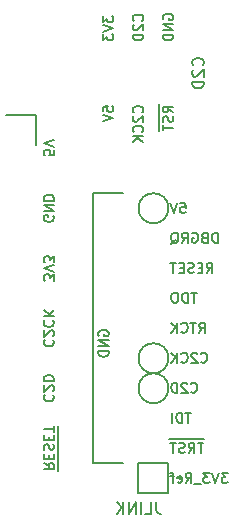
<source format=gbo>
G04 #@! TF.GenerationSoftware,KiCad,Pcbnew,5.0.2+dfsg1-1*
G04 #@! TF.CreationDate,2019-05-16T22:01:56-07:00*
G04 #@! TF.ProjectId,jlink-c2d-adapter,6a6c696e-6b2d-4633-9264-2d6164617074,rev?*
G04 #@! TF.SameCoordinates,Original*
G04 #@! TF.FileFunction,Legend,Bot*
G04 #@! TF.FilePolarity,Positive*
%FSLAX46Y46*%
G04 Gerber Fmt 4.6, Leading zero omitted, Abs format (unit mm)*
G04 Created by KiCad (PCBNEW 5.0.2+dfsg1-1) date Thu 16 May 2019 10:01:56 PM PDT*
%MOMM*%
%LPD*%
G01*
G04 APERTURE LIST*
%ADD10C,0.200000*%
%ADD11C,0.127000*%
%ADD12C,0.150000*%
G04 APERTURE END LIST*
D10*
X125730000Y-100330000D02*
X125730000Y-97790000D01*
X128270000Y-100330000D02*
X125730000Y-100330000D01*
X128270000Y-97790000D02*
X128270000Y-100330000D01*
X125730000Y-97790000D02*
X128270000Y-97790000D01*
X128270000Y-88900000D02*
G75*
G03X128270000Y-88900000I-1270000J0D01*
G01*
X128270000Y-91440000D02*
G75*
G03X128270000Y-91440000I-1270000J0D01*
G01*
X128270000Y-76200000D02*
G75*
G03X128270000Y-76200000I-1270000J0D01*
G01*
D11*
X133290645Y-98594523D02*
X132764454Y-98594523D01*
X133047788Y-98918333D01*
X132926359Y-98918333D01*
X132845407Y-98958809D01*
X132804930Y-98999285D01*
X132764454Y-99080238D01*
X132764454Y-99282619D01*
X132804930Y-99363571D01*
X132845407Y-99404047D01*
X132926359Y-99444523D01*
X133169216Y-99444523D01*
X133250169Y-99404047D01*
X133290645Y-99363571D01*
X132521597Y-98594523D02*
X132238264Y-99444523D01*
X131954930Y-98594523D01*
X131752550Y-98594523D02*
X131226359Y-98594523D01*
X131509692Y-98918333D01*
X131388264Y-98918333D01*
X131307311Y-98958809D01*
X131266835Y-98999285D01*
X131226359Y-99080238D01*
X131226359Y-99282619D01*
X131266835Y-99363571D01*
X131307311Y-99404047D01*
X131388264Y-99444523D01*
X131631121Y-99444523D01*
X131712073Y-99404047D01*
X131752550Y-99363571D01*
X131064454Y-99525476D02*
X130416835Y-99525476D01*
X129728740Y-99444523D02*
X130012073Y-99039761D01*
X130214454Y-99444523D02*
X130214454Y-98594523D01*
X129890645Y-98594523D01*
X129809692Y-98635000D01*
X129769216Y-98675476D01*
X129728740Y-98756428D01*
X129728740Y-98877857D01*
X129769216Y-98958809D01*
X129809692Y-98999285D01*
X129890645Y-99039761D01*
X130214454Y-99039761D01*
X129040645Y-99404047D02*
X129121597Y-99444523D01*
X129283502Y-99444523D01*
X129364454Y-99404047D01*
X129404930Y-99323095D01*
X129404930Y-98999285D01*
X129364454Y-98918333D01*
X129283502Y-98877857D01*
X129121597Y-98877857D01*
X129040645Y-98918333D01*
X129000169Y-98999285D01*
X129000169Y-99080238D01*
X129404930Y-99161190D01*
X128757311Y-98877857D02*
X128433502Y-98877857D01*
X128635883Y-99444523D02*
X128635883Y-98715952D01*
X128595407Y-98635000D01*
X128514454Y-98594523D01*
X128433502Y-98594523D01*
X131307311Y-95742900D02*
X130659692Y-95742900D01*
X131226359Y-96054523D02*
X130740645Y-96054523D01*
X130983502Y-96904523D02*
X130983502Y-96054523D01*
X130659692Y-95742900D02*
X129809692Y-95742900D01*
X129971597Y-96904523D02*
X130254930Y-96499761D01*
X130457311Y-96904523D02*
X130457311Y-96054523D01*
X130133502Y-96054523D01*
X130052550Y-96095000D01*
X130012073Y-96135476D01*
X129971597Y-96216428D01*
X129971597Y-96337857D01*
X130012073Y-96418809D01*
X130052550Y-96459285D01*
X130133502Y-96499761D01*
X130457311Y-96499761D01*
X129809692Y-95742900D02*
X129000169Y-95742900D01*
X129647788Y-96864047D02*
X129526359Y-96904523D01*
X129323978Y-96904523D01*
X129243026Y-96864047D01*
X129202550Y-96823571D01*
X129162073Y-96742619D01*
X129162073Y-96661666D01*
X129202550Y-96580714D01*
X129243026Y-96540238D01*
X129323978Y-96499761D01*
X129485883Y-96459285D01*
X129566835Y-96418809D01*
X129607311Y-96378333D01*
X129647788Y-96297380D01*
X129647788Y-96216428D01*
X129607311Y-96135476D01*
X129566835Y-96095000D01*
X129485883Y-96054523D01*
X129283502Y-96054523D01*
X129162073Y-96095000D01*
X129000169Y-95742900D02*
X128352550Y-95742900D01*
X128919216Y-96054523D02*
X128433502Y-96054523D01*
X128676359Y-96904523D02*
X128676359Y-96054523D01*
X130173978Y-93514523D02*
X129688264Y-93514523D01*
X129931121Y-94364523D02*
X129931121Y-93514523D01*
X129404930Y-94364523D02*
X129404930Y-93514523D01*
X129202550Y-93514523D01*
X129081121Y-93555000D01*
X129000169Y-93635952D01*
X128959692Y-93716904D01*
X128919216Y-93878809D01*
X128919216Y-94000238D01*
X128959692Y-94162142D01*
X129000169Y-94243095D01*
X129081121Y-94324047D01*
X129202550Y-94364523D01*
X129404930Y-94364523D01*
X128554930Y-94364523D02*
X128554930Y-93514523D01*
X130659692Y-83354523D02*
X130173978Y-83354523D01*
X130416835Y-84204523D02*
X130416835Y-83354523D01*
X129890645Y-84204523D02*
X129890645Y-83354523D01*
X129688264Y-83354523D01*
X129566835Y-83395000D01*
X129485883Y-83475952D01*
X129445407Y-83556904D01*
X129404930Y-83718809D01*
X129404930Y-83840238D01*
X129445407Y-84002142D01*
X129485883Y-84083095D01*
X129566835Y-84164047D01*
X129688264Y-84204523D01*
X129890645Y-84204523D01*
X128878740Y-83354523D02*
X128716835Y-83354523D01*
X128635883Y-83395000D01*
X128554930Y-83475952D01*
X128514454Y-83637857D01*
X128514454Y-83921190D01*
X128554930Y-84083095D01*
X128635883Y-84164047D01*
X128716835Y-84204523D01*
X128878740Y-84204523D01*
X128959692Y-84164047D01*
X129040645Y-84083095D01*
X129081121Y-83921190D01*
X129081121Y-83637857D01*
X129040645Y-83475952D01*
X128959692Y-83395000D01*
X128878740Y-83354523D01*
X130862073Y-86744523D02*
X131145407Y-86339761D01*
X131347788Y-86744523D02*
X131347788Y-85894523D01*
X131023978Y-85894523D01*
X130943026Y-85935000D01*
X130902550Y-85975476D01*
X130862073Y-86056428D01*
X130862073Y-86177857D01*
X130902550Y-86258809D01*
X130943026Y-86299285D01*
X131023978Y-86339761D01*
X131347788Y-86339761D01*
X130619216Y-85894523D02*
X130133502Y-85894523D01*
X130376359Y-86744523D02*
X130376359Y-85894523D01*
X129364454Y-86663571D02*
X129404930Y-86704047D01*
X129526359Y-86744523D01*
X129607311Y-86744523D01*
X129728740Y-86704047D01*
X129809692Y-86623095D01*
X129850169Y-86542142D01*
X129890645Y-86380238D01*
X129890645Y-86258809D01*
X129850169Y-86096904D01*
X129809692Y-86015952D01*
X129728740Y-85935000D01*
X129607311Y-85894523D01*
X129526359Y-85894523D01*
X129404930Y-85935000D01*
X129364454Y-85975476D01*
X129000169Y-86744523D02*
X129000169Y-85894523D01*
X128514454Y-86744523D02*
X128878740Y-86258809D01*
X128514454Y-85894523D02*
X129000169Y-86380238D01*
X131509692Y-81664523D02*
X131793026Y-81259761D01*
X131995407Y-81664523D02*
X131995407Y-80814523D01*
X131671597Y-80814523D01*
X131590645Y-80855000D01*
X131550169Y-80895476D01*
X131509692Y-80976428D01*
X131509692Y-81097857D01*
X131550169Y-81178809D01*
X131590645Y-81219285D01*
X131671597Y-81259761D01*
X131995407Y-81259761D01*
X131145407Y-81219285D02*
X130862073Y-81219285D01*
X130740645Y-81664523D02*
X131145407Y-81664523D01*
X131145407Y-80814523D01*
X130740645Y-80814523D01*
X130416835Y-81624047D02*
X130295407Y-81664523D01*
X130093026Y-81664523D01*
X130012073Y-81624047D01*
X129971597Y-81583571D01*
X129931121Y-81502619D01*
X129931121Y-81421666D01*
X129971597Y-81340714D01*
X130012073Y-81300238D01*
X130093026Y-81259761D01*
X130254930Y-81219285D01*
X130335883Y-81178809D01*
X130376359Y-81138333D01*
X130416835Y-81057380D01*
X130416835Y-80976428D01*
X130376359Y-80895476D01*
X130335883Y-80855000D01*
X130254930Y-80814523D01*
X130052550Y-80814523D01*
X129931121Y-80855000D01*
X129566835Y-81219285D02*
X129283502Y-81219285D01*
X129162073Y-81664523D02*
X129566835Y-81664523D01*
X129566835Y-80814523D01*
X129162073Y-80814523D01*
X128919216Y-80814523D02*
X128433502Y-80814523D01*
X128676359Y-81664523D02*
X128676359Y-80814523D01*
X132440645Y-79124523D02*
X132440645Y-78274523D01*
X132238264Y-78274523D01*
X132116835Y-78315000D01*
X132035883Y-78395952D01*
X131995407Y-78476904D01*
X131954930Y-78638809D01*
X131954930Y-78760238D01*
X131995407Y-78922142D01*
X132035883Y-79003095D01*
X132116835Y-79084047D01*
X132238264Y-79124523D01*
X132440645Y-79124523D01*
X131307311Y-78679285D02*
X131185883Y-78719761D01*
X131145407Y-78760238D01*
X131104930Y-78841190D01*
X131104930Y-78962619D01*
X131145407Y-79043571D01*
X131185883Y-79084047D01*
X131266835Y-79124523D01*
X131590645Y-79124523D01*
X131590645Y-78274523D01*
X131307311Y-78274523D01*
X131226359Y-78315000D01*
X131185883Y-78355476D01*
X131145407Y-78436428D01*
X131145407Y-78517380D01*
X131185883Y-78598333D01*
X131226359Y-78638809D01*
X131307311Y-78679285D01*
X131590645Y-78679285D01*
X130295407Y-78315000D02*
X130376359Y-78274523D01*
X130497788Y-78274523D01*
X130619216Y-78315000D01*
X130700169Y-78395952D01*
X130740645Y-78476904D01*
X130781121Y-78638809D01*
X130781121Y-78760238D01*
X130740645Y-78922142D01*
X130700169Y-79003095D01*
X130619216Y-79084047D01*
X130497788Y-79124523D01*
X130416835Y-79124523D01*
X130295407Y-79084047D01*
X130254930Y-79043571D01*
X130254930Y-78760238D01*
X130416835Y-78760238D01*
X129404930Y-79124523D02*
X129688264Y-78719761D01*
X129890645Y-79124523D02*
X129890645Y-78274523D01*
X129566835Y-78274523D01*
X129485883Y-78315000D01*
X129445407Y-78355476D01*
X129404930Y-78436428D01*
X129404930Y-78557857D01*
X129445407Y-78638809D01*
X129485883Y-78679285D01*
X129566835Y-78719761D01*
X129890645Y-78719761D01*
X128473978Y-79205476D02*
X128554930Y-79165000D01*
X128635883Y-79084047D01*
X128757311Y-78962619D01*
X128838264Y-78922142D01*
X128919216Y-78922142D01*
X128878740Y-79124523D02*
X128959692Y-79084047D01*
X129040645Y-79003095D01*
X129081121Y-78841190D01*
X129081121Y-78557857D01*
X129040645Y-78395952D01*
X128959692Y-78315000D01*
X128878740Y-78274523D01*
X128716835Y-78274523D01*
X128635883Y-78315000D01*
X128554930Y-78395952D01*
X128514454Y-78557857D01*
X128514454Y-78841190D01*
X128554930Y-79003095D01*
X128635883Y-79084047D01*
X128716835Y-79124523D01*
X128878740Y-79124523D01*
D10*
X121920000Y-74930000D02*
X124460000Y-74930000D01*
X121920000Y-97790000D02*
X124460000Y-97790000D01*
X121920000Y-96520000D02*
X121920000Y-97790000D01*
X121920000Y-74930000D02*
X121920000Y-96520000D01*
D11*
X118887100Y-98442619D02*
X118887100Y-97592619D01*
X117725476Y-97754523D02*
X118130238Y-98037857D01*
X117725476Y-98240238D02*
X118575476Y-98240238D01*
X118575476Y-97916428D01*
X118535000Y-97835476D01*
X118494523Y-97795000D01*
X118413571Y-97754523D01*
X118292142Y-97754523D01*
X118211190Y-97795000D01*
X118170714Y-97835476D01*
X118130238Y-97916428D01*
X118130238Y-98240238D01*
X118887100Y-97592619D02*
X118887100Y-96823571D01*
X118170714Y-97390238D02*
X118170714Y-97106904D01*
X117725476Y-96985476D02*
X117725476Y-97390238D01*
X118575476Y-97390238D01*
X118575476Y-96985476D01*
X118887100Y-96823571D02*
X118887100Y-96014047D01*
X117765952Y-96661666D02*
X117725476Y-96540238D01*
X117725476Y-96337857D01*
X117765952Y-96256904D01*
X117806428Y-96216428D01*
X117887380Y-96175952D01*
X117968333Y-96175952D01*
X118049285Y-96216428D01*
X118089761Y-96256904D01*
X118130238Y-96337857D01*
X118170714Y-96499761D01*
X118211190Y-96580714D01*
X118251666Y-96621190D01*
X118332619Y-96661666D01*
X118413571Y-96661666D01*
X118494523Y-96621190D01*
X118535000Y-96580714D01*
X118575476Y-96499761D01*
X118575476Y-96297380D01*
X118535000Y-96175952D01*
X118887100Y-96014047D02*
X118887100Y-95245000D01*
X118170714Y-95811666D02*
X118170714Y-95528333D01*
X117725476Y-95406904D02*
X117725476Y-95811666D01*
X118575476Y-95811666D01*
X118575476Y-95406904D01*
X118887100Y-95245000D02*
X118887100Y-94597380D01*
X118575476Y-95164047D02*
X118575476Y-94678333D01*
X117725476Y-94921190D02*
X118575476Y-94921190D01*
X117806428Y-92006666D02*
X117765952Y-92047142D01*
X117725476Y-92168571D01*
X117725476Y-92249523D01*
X117765952Y-92370952D01*
X117846904Y-92451904D01*
X117927857Y-92492380D01*
X118089761Y-92532857D01*
X118211190Y-92532857D01*
X118373095Y-92492380D01*
X118454047Y-92451904D01*
X118535000Y-92370952D01*
X118575476Y-92249523D01*
X118575476Y-92168571D01*
X118535000Y-92047142D01*
X118494523Y-92006666D01*
X118494523Y-91682857D02*
X118535000Y-91642380D01*
X118575476Y-91561428D01*
X118575476Y-91359047D01*
X118535000Y-91278095D01*
X118494523Y-91237619D01*
X118413571Y-91197142D01*
X118332619Y-91197142D01*
X118211190Y-91237619D01*
X117725476Y-91723333D01*
X117725476Y-91197142D01*
X117725476Y-90832857D02*
X118575476Y-90832857D01*
X118575476Y-90630476D01*
X118535000Y-90509047D01*
X118454047Y-90428095D01*
X118373095Y-90387619D01*
X118211190Y-90347142D01*
X118089761Y-90347142D01*
X117927857Y-90387619D01*
X117846904Y-90428095D01*
X117765952Y-90509047D01*
X117725476Y-90630476D01*
X117725476Y-90832857D01*
X117806428Y-87351666D02*
X117765952Y-87392142D01*
X117725476Y-87513571D01*
X117725476Y-87594523D01*
X117765952Y-87715952D01*
X117846904Y-87796904D01*
X117927857Y-87837380D01*
X118089761Y-87877857D01*
X118211190Y-87877857D01*
X118373095Y-87837380D01*
X118454047Y-87796904D01*
X118535000Y-87715952D01*
X118575476Y-87594523D01*
X118575476Y-87513571D01*
X118535000Y-87392142D01*
X118494523Y-87351666D01*
X118494523Y-87027857D02*
X118535000Y-86987380D01*
X118575476Y-86906428D01*
X118575476Y-86704047D01*
X118535000Y-86623095D01*
X118494523Y-86582619D01*
X118413571Y-86542142D01*
X118332619Y-86542142D01*
X118211190Y-86582619D01*
X117725476Y-87068333D01*
X117725476Y-86542142D01*
X117806428Y-85692142D02*
X117765952Y-85732619D01*
X117725476Y-85854047D01*
X117725476Y-85935000D01*
X117765952Y-86056428D01*
X117846904Y-86137380D01*
X117927857Y-86177857D01*
X118089761Y-86218333D01*
X118211190Y-86218333D01*
X118373095Y-86177857D01*
X118454047Y-86137380D01*
X118535000Y-86056428D01*
X118575476Y-85935000D01*
X118575476Y-85854047D01*
X118535000Y-85732619D01*
X118494523Y-85692142D01*
X117725476Y-85327857D02*
X118575476Y-85327857D01*
X117725476Y-84842142D02*
X118211190Y-85206428D01*
X118575476Y-84842142D02*
X118089761Y-85327857D01*
X118575476Y-82332380D02*
X118575476Y-81806190D01*
X118251666Y-82089523D01*
X118251666Y-81968095D01*
X118211190Y-81887142D01*
X118170714Y-81846666D01*
X118089761Y-81806190D01*
X117887380Y-81806190D01*
X117806428Y-81846666D01*
X117765952Y-81887142D01*
X117725476Y-81968095D01*
X117725476Y-82210952D01*
X117765952Y-82291904D01*
X117806428Y-82332380D01*
X118575476Y-81563333D02*
X117725476Y-81280000D01*
X118575476Y-80996666D01*
X118575476Y-80794285D02*
X118575476Y-80268095D01*
X118251666Y-80551428D01*
X118251666Y-80430000D01*
X118211190Y-80349047D01*
X118170714Y-80308571D01*
X118089761Y-80268095D01*
X117887380Y-80268095D01*
X117806428Y-80308571D01*
X117765952Y-80349047D01*
X117725476Y-80430000D01*
X117725476Y-80672857D01*
X117765952Y-80753809D01*
X117806428Y-80794285D01*
X118535000Y-76847619D02*
X118575476Y-76928571D01*
X118575476Y-77050000D01*
X118535000Y-77171428D01*
X118454047Y-77252380D01*
X118373095Y-77292857D01*
X118211190Y-77333333D01*
X118089761Y-77333333D01*
X117927857Y-77292857D01*
X117846904Y-77252380D01*
X117765952Y-77171428D01*
X117725476Y-77050000D01*
X117725476Y-76969047D01*
X117765952Y-76847619D01*
X117806428Y-76807142D01*
X118089761Y-76807142D01*
X118089761Y-76969047D01*
X117725476Y-76442857D02*
X118575476Y-76442857D01*
X117725476Y-75957142D01*
X118575476Y-75957142D01*
X117725476Y-75552380D02*
X118575476Y-75552380D01*
X118575476Y-75350000D01*
X118535000Y-75228571D01*
X118454047Y-75147619D01*
X118373095Y-75107142D01*
X118211190Y-75066666D01*
X118089761Y-75066666D01*
X117927857Y-75107142D01*
X117846904Y-75147619D01*
X117765952Y-75228571D01*
X117725476Y-75350000D01*
X117725476Y-75552380D01*
X118575476Y-71281904D02*
X118575476Y-71686666D01*
X118170714Y-71727142D01*
X118211190Y-71686666D01*
X118251666Y-71605714D01*
X118251666Y-71403333D01*
X118211190Y-71322380D01*
X118170714Y-71281904D01*
X118089761Y-71241428D01*
X117887380Y-71241428D01*
X117806428Y-71281904D01*
X117765952Y-71322380D01*
X117725476Y-71403333D01*
X117725476Y-71605714D01*
X117765952Y-71686666D01*
X117806428Y-71727142D01*
X118575476Y-70998571D02*
X117725476Y-70715238D01*
X118575476Y-70431904D01*
X122384000Y-86982380D02*
X122343523Y-86901428D01*
X122343523Y-86780000D01*
X122384000Y-86658571D01*
X122464952Y-86577619D01*
X122545904Y-86537142D01*
X122707809Y-86496666D01*
X122829238Y-86496666D01*
X122991142Y-86537142D01*
X123072095Y-86577619D01*
X123153047Y-86658571D01*
X123193523Y-86780000D01*
X123193523Y-86860952D01*
X123153047Y-86982380D01*
X123112571Y-87022857D01*
X122829238Y-87022857D01*
X122829238Y-86860952D01*
X123193523Y-87387142D02*
X122343523Y-87387142D01*
X123193523Y-87872857D01*
X122343523Y-87872857D01*
X123193523Y-88277619D02*
X122343523Y-88277619D01*
X122343523Y-88480000D01*
X122384000Y-88601428D01*
X122464952Y-88682380D01*
X122545904Y-88722857D01*
X122707809Y-88763333D01*
X122829238Y-88763333D01*
X122991142Y-88722857D01*
X123072095Y-88682380D01*
X123153047Y-88601428D01*
X123193523Y-88480000D01*
X123193523Y-88277619D01*
X130173978Y-91743571D02*
X130214454Y-91784047D01*
X130335883Y-91824523D01*
X130416835Y-91824523D01*
X130538264Y-91784047D01*
X130619216Y-91703095D01*
X130659692Y-91622142D01*
X130700169Y-91460238D01*
X130700169Y-91338809D01*
X130659692Y-91176904D01*
X130619216Y-91095952D01*
X130538264Y-91015000D01*
X130416835Y-90974523D01*
X130335883Y-90974523D01*
X130214454Y-91015000D01*
X130173978Y-91055476D01*
X129850169Y-91055476D02*
X129809692Y-91015000D01*
X129728740Y-90974523D01*
X129526359Y-90974523D01*
X129445407Y-91015000D01*
X129404930Y-91055476D01*
X129364454Y-91136428D01*
X129364454Y-91217380D01*
X129404930Y-91338809D01*
X129890645Y-91824523D01*
X129364454Y-91824523D01*
X129000169Y-91824523D02*
X129000169Y-90974523D01*
X128797788Y-90974523D01*
X128676359Y-91015000D01*
X128595407Y-91095952D01*
X128554930Y-91176904D01*
X128514454Y-91338809D01*
X128514454Y-91460238D01*
X128554930Y-91622142D01*
X128595407Y-91703095D01*
X128676359Y-91784047D01*
X128797788Y-91824523D01*
X129000169Y-91824523D01*
X131023978Y-89203571D02*
X131064454Y-89244047D01*
X131185883Y-89284523D01*
X131266835Y-89284523D01*
X131388264Y-89244047D01*
X131469216Y-89163095D01*
X131509692Y-89082142D01*
X131550169Y-88920238D01*
X131550169Y-88798809D01*
X131509692Y-88636904D01*
X131469216Y-88555952D01*
X131388264Y-88475000D01*
X131266835Y-88434523D01*
X131185883Y-88434523D01*
X131064454Y-88475000D01*
X131023978Y-88515476D01*
X130700169Y-88515476D02*
X130659692Y-88475000D01*
X130578740Y-88434523D01*
X130376359Y-88434523D01*
X130295407Y-88475000D01*
X130254930Y-88515476D01*
X130214454Y-88596428D01*
X130214454Y-88677380D01*
X130254930Y-88798809D01*
X130740645Y-89284523D01*
X130214454Y-89284523D01*
X129364454Y-89203571D02*
X129404930Y-89244047D01*
X129526359Y-89284523D01*
X129607311Y-89284523D01*
X129728740Y-89244047D01*
X129809692Y-89163095D01*
X129850169Y-89082142D01*
X129890645Y-88920238D01*
X129890645Y-88798809D01*
X129850169Y-88636904D01*
X129809692Y-88555952D01*
X129728740Y-88475000D01*
X129607311Y-88434523D01*
X129526359Y-88434523D01*
X129404930Y-88475000D01*
X129364454Y-88515476D01*
X129000169Y-89284523D02*
X129000169Y-88434523D01*
X128514454Y-89284523D02*
X128878740Y-88798809D01*
X128514454Y-88434523D02*
X129000169Y-88920238D01*
X129283502Y-75734523D02*
X129688264Y-75734523D01*
X129728740Y-76139285D01*
X129688264Y-76098809D01*
X129607311Y-76058333D01*
X129404930Y-76058333D01*
X129323978Y-76098809D01*
X129283502Y-76139285D01*
X129243026Y-76220238D01*
X129243026Y-76422619D01*
X129283502Y-76503571D01*
X129323978Y-76544047D01*
X129404930Y-76584523D01*
X129607311Y-76584523D01*
X129688264Y-76544047D01*
X129728740Y-76503571D01*
X129000169Y-75734523D02*
X128716835Y-76584523D01*
X128433502Y-75734523D01*
X127492900Y-67392550D02*
X127492900Y-68242550D01*
X128654523Y-68080645D02*
X128249761Y-67797311D01*
X128654523Y-67594930D02*
X127804523Y-67594930D01*
X127804523Y-67918740D01*
X127845000Y-67999692D01*
X127885476Y-68040169D01*
X127966428Y-68080645D01*
X128087857Y-68080645D01*
X128168809Y-68040169D01*
X128209285Y-67999692D01*
X128249761Y-67918740D01*
X128249761Y-67594930D01*
X127492900Y-68242550D02*
X127492900Y-69052073D01*
X128614047Y-68404454D02*
X128654523Y-68525883D01*
X128654523Y-68728264D01*
X128614047Y-68809216D01*
X128573571Y-68849692D01*
X128492619Y-68890169D01*
X128411666Y-68890169D01*
X128330714Y-68849692D01*
X128290238Y-68809216D01*
X128249761Y-68728264D01*
X128209285Y-68566359D01*
X128168809Y-68485407D01*
X128128333Y-68444930D01*
X128047380Y-68404454D01*
X127966428Y-68404454D01*
X127885476Y-68444930D01*
X127845000Y-68485407D01*
X127804523Y-68566359D01*
X127804523Y-68768740D01*
X127845000Y-68890169D01*
X127492900Y-69052073D02*
X127492900Y-69699692D01*
X127804523Y-69133026D02*
X127804523Y-69618740D01*
X128654523Y-69375883D02*
X127804523Y-69375883D01*
X126033571Y-68080645D02*
X126074047Y-68040169D01*
X126114523Y-67918740D01*
X126114523Y-67837788D01*
X126074047Y-67716359D01*
X125993095Y-67635407D01*
X125912142Y-67594930D01*
X125750238Y-67554454D01*
X125628809Y-67554454D01*
X125466904Y-67594930D01*
X125385952Y-67635407D01*
X125305000Y-67716359D01*
X125264523Y-67837788D01*
X125264523Y-67918740D01*
X125305000Y-68040169D01*
X125345476Y-68080645D01*
X125345476Y-68404454D02*
X125305000Y-68444930D01*
X125264523Y-68525883D01*
X125264523Y-68728264D01*
X125305000Y-68809216D01*
X125345476Y-68849692D01*
X125426428Y-68890169D01*
X125507380Y-68890169D01*
X125628809Y-68849692D01*
X126114523Y-68363978D01*
X126114523Y-68890169D01*
X126033571Y-69740169D02*
X126074047Y-69699692D01*
X126114523Y-69578264D01*
X126114523Y-69497311D01*
X126074047Y-69375883D01*
X125993095Y-69294930D01*
X125912142Y-69254454D01*
X125750238Y-69213978D01*
X125628809Y-69213978D01*
X125466904Y-69254454D01*
X125385952Y-69294930D01*
X125305000Y-69375883D01*
X125264523Y-69497311D01*
X125264523Y-69578264D01*
X125305000Y-69699692D01*
X125345476Y-69740169D01*
X126114523Y-70104454D02*
X125264523Y-70104454D01*
X126114523Y-70590169D02*
X125628809Y-70225883D01*
X125264523Y-70590169D02*
X125750238Y-70104454D01*
X122724523Y-67999692D02*
X122724523Y-67594930D01*
X123129285Y-67554454D01*
X123088809Y-67594930D01*
X123048333Y-67675883D01*
X123048333Y-67878264D01*
X123088809Y-67959216D01*
X123129285Y-67999692D01*
X123210238Y-68040169D01*
X123412619Y-68040169D01*
X123493571Y-67999692D01*
X123534047Y-67959216D01*
X123574523Y-67878264D01*
X123574523Y-67675883D01*
X123534047Y-67594930D01*
X123493571Y-67554454D01*
X122724523Y-68283026D02*
X123574523Y-68566359D01*
X122724523Y-68849692D01*
X122724523Y-59921259D02*
X122724523Y-60447450D01*
X123048333Y-60164116D01*
X123048333Y-60285545D01*
X123088809Y-60366497D01*
X123129285Y-60406973D01*
X123210238Y-60447450D01*
X123412619Y-60447450D01*
X123493571Y-60406973D01*
X123534047Y-60366497D01*
X123574523Y-60285545D01*
X123574523Y-60042688D01*
X123534047Y-59961735D01*
X123493571Y-59921259D01*
X122724523Y-60690307D02*
X123574523Y-60973640D01*
X122724523Y-61256973D01*
X122724523Y-61459354D02*
X122724523Y-61985545D01*
X123048333Y-61702211D01*
X123048333Y-61823640D01*
X123088809Y-61904592D01*
X123129285Y-61945069D01*
X123210238Y-61985545D01*
X123412619Y-61985545D01*
X123493571Y-61945069D01*
X123534047Y-61904592D01*
X123574523Y-61823640D01*
X123574523Y-61580783D01*
X123534047Y-61499830D01*
X123493571Y-61459354D01*
X126033571Y-60326021D02*
X126074047Y-60285545D01*
X126114523Y-60164116D01*
X126114523Y-60083164D01*
X126074047Y-59961735D01*
X125993095Y-59880783D01*
X125912142Y-59840307D01*
X125750238Y-59799830D01*
X125628809Y-59799830D01*
X125466904Y-59840307D01*
X125385952Y-59880783D01*
X125305000Y-59961735D01*
X125264523Y-60083164D01*
X125264523Y-60164116D01*
X125305000Y-60285545D01*
X125345476Y-60326021D01*
X125345476Y-60649830D02*
X125305000Y-60690307D01*
X125264523Y-60771259D01*
X125264523Y-60973640D01*
X125305000Y-61054592D01*
X125345476Y-61095069D01*
X125426428Y-61135545D01*
X125507380Y-61135545D01*
X125628809Y-61095069D01*
X126114523Y-60609354D01*
X126114523Y-61135545D01*
X126114523Y-61499830D02*
X125264523Y-61499830D01*
X125264523Y-61702211D01*
X125305000Y-61823640D01*
X125385952Y-61904592D01*
X125466904Y-61945069D01*
X125628809Y-61985545D01*
X125750238Y-61985545D01*
X125912142Y-61945069D01*
X125993095Y-61904592D01*
X126074047Y-61823640D01*
X126114523Y-61702211D01*
X126114523Y-61499830D01*
X127845000Y-60204592D02*
X127804523Y-60123640D01*
X127804523Y-60002211D01*
X127845000Y-59880783D01*
X127925952Y-59799830D01*
X128006904Y-59759354D01*
X128168809Y-59718878D01*
X128290238Y-59718878D01*
X128452142Y-59759354D01*
X128533095Y-59799830D01*
X128614047Y-59880783D01*
X128654523Y-60002211D01*
X128654523Y-60083164D01*
X128614047Y-60204592D01*
X128573571Y-60245069D01*
X128290238Y-60245069D01*
X128290238Y-60083164D01*
X128654523Y-60609354D02*
X127804523Y-60609354D01*
X128654523Y-61095069D01*
X127804523Y-61095069D01*
X128654523Y-61499830D02*
X127804523Y-61499830D01*
X127804523Y-61702211D01*
X127845000Y-61823640D01*
X127925952Y-61904592D01*
X128006904Y-61945069D01*
X128168809Y-61985545D01*
X128290238Y-61985545D01*
X128452142Y-61945069D01*
X128533095Y-61904592D01*
X128614047Y-61823640D01*
X128654523Y-61702211D01*
X128654523Y-61499830D01*
D12*
G04 #@! TO.C,J4*
X117094000Y-68326000D02*
X117094000Y-70866000D01*
X114554000Y-68326000D02*
X117094000Y-68326000D01*
G04 #@! TO.C,J1*
X127253809Y-101052380D02*
X127253809Y-101766666D01*
X127301428Y-101909523D01*
X127396666Y-102004761D01*
X127539523Y-102052380D01*
X127634761Y-102052380D01*
X126301428Y-102052380D02*
X126777619Y-102052380D01*
X126777619Y-101052380D01*
X125968095Y-102052380D02*
X125968095Y-101052380D01*
X125491904Y-102052380D02*
X125491904Y-101052380D01*
X124920476Y-102052380D01*
X124920476Y-101052380D01*
X124444285Y-102052380D02*
X124444285Y-101052380D01*
X123872857Y-102052380D02*
X124301428Y-101480952D01*
X123872857Y-101052380D02*
X124444285Y-101623809D01*
G04 #@! TO.C,J2*
X131167142Y-64103333D02*
X131214761Y-64055714D01*
X131262380Y-63912857D01*
X131262380Y-63817619D01*
X131214761Y-63674761D01*
X131119523Y-63579523D01*
X131024285Y-63531904D01*
X130833809Y-63484285D01*
X130690952Y-63484285D01*
X130500476Y-63531904D01*
X130405238Y-63579523D01*
X130310000Y-63674761D01*
X130262380Y-63817619D01*
X130262380Y-63912857D01*
X130310000Y-64055714D01*
X130357619Y-64103333D01*
X130357619Y-64484285D02*
X130310000Y-64531904D01*
X130262380Y-64627142D01*
X130262380Y-64865238D01*
X130310000Y-64960476D01*
X130357619Y-65008095D01*
X130452857Y-65055714D01*
X130548095Y-65055714D01*
X130690952Y-65008095D01*
X131262380Y-64436666D01*
X131262380Y-65055714D01*
X131262380Y-65484285D02*
X130262380Y-65484285D01*
X130262380Y-65722380D01*
X130310000Y-65865238D01*
X130405238Y-65960476D01*
X130500476Y-66008095D01*
X130690952Y-66055714D01*
X130833809Y-66055714D01*
X131024285Y-66008095D01*
X131119523Y-65960476D01*
X131214761Y-65865238D01*
X131262380Y-65722380D01*
X131262380Y-65484285D01*
G04 #@! TD*
M02*

</source>
